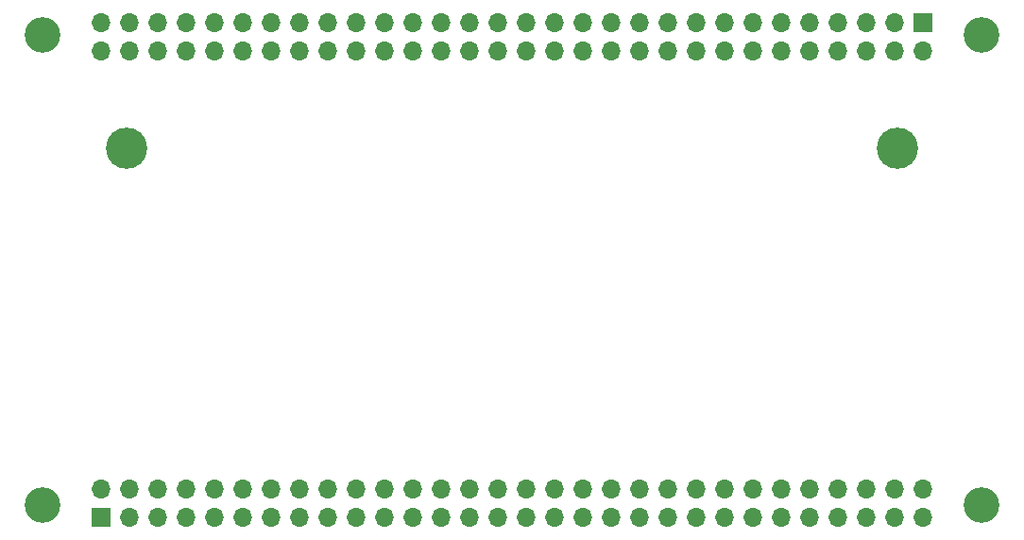
<source format=gbs>
G04 #@! TF.GenerationSoftware,KiCad,Pcbnew,8.0.1*
G04 #@! TF.CreationDate,2024-08-17T14:36:12+08:00*
G04 #@! TF.ProjectId,MatchBox v0.3,4d617463-6842-46f7-9820-76302e332e6b,rev?*
G04 #@! TF.SameCoordinates,Original*
G04 #@! TF.FileFunction,Soldermask,Bot*
G04 #@! TF.FilePolarity,Negative*
%FSLAX46Y46*%
G04 Gerber Fmt 4.6, Leading zero omitted, Abs format (unit mm)*
G04 Created by KiCad (PCBNEW 8.0.1) date 2024-08-17 14:36:12*
%MOMM*%
%LPD*%
G01*
G04 APERTURE LIST*
%ADD10C,3.200000*%
%ADD11R,1.700000X1.700000*%
%ADD12O,1.700000X1.700000*%
%ADD13C,3.700000*%
G04 APERTURE END LIST*
D10*
X77200000Y-108000000D03*
D11*
X82475000Y-109100000D03*
D12*
X82475000Y-106560000D03*
X85015000Y-109100000D03*
X85015000Y-106560000D03*
X87555000Y-109100000D03*
X87555000Y-106560000D03*
X90095000Y-109100000D03*
X90095000Y-106560000D03*
X92635000Y-109100000D03*
X92635000Y-106560000D03*
X95175000Y-109100000D03*
X95175000Y-106560000D03*
X97715000Y-109100000D03*
X97715000Y-106560000D03*
X100255000Y-109100000D03*
X100255000Y-106560000D03*
X102795000Y-109100000D03*
X102795000Y-106560000D03*
X105335000Y-109100000D03*
X105335000Y-106560000D03*
X107875000Y-109100000D03*
X107875000Y-106560000D03*
X110415000Y-109100000D03*
X110415000Y-106560000D03*
X112955000Y-109100000D03*
X112955000Y-106560000D03*
X115495000Y-109100000D03*
X115495000Y-106560000D03*
X118035000Y-109100000D03*
X118035000Y-106560000D03*
X120575000Y-109100000D03*
X120575000Y-106560000D03*
X123115000Y-109100000D03*
X123115000Y-106560000D03*
X125655000Y-109100000D03*
X125655000Y-106560000D03*
X128195000Y-109100000D03*
X128195000Y-106560000D03*
X130735000Y-109100000D03*
X130735000Y-106560000D03*
X133275000Y-109100000D03*
X133275000Y-106560000D03*
X135815000Y-109100000D03*
X135815000Y-106560000D03*
X138355000Y-109100000D03*
X138355000Y-106560000D03*
X140895000Y-109100000D03*
X140895000Y-106560000D03*
X143435000Y-109100000D03*
X143435000Y-106560000D03*
X145975000Y-109100000D03*
X145975000Y-106560000D03*
X148515000Y-109100000D03*
X148515000Y-106560000D03*
X151055000Y-109100000D03*
X151055000Y-106560000D03*
X153595000Y-109100000D03*
X153595000Y-106560000D03*
X156135000Y-109100000D03*
X156135000Y-106560000D03*
D11*
X156135000Y-64700000D03*
D12*
X156135000Y-67240000D03*
X153595000Y-64700000D03*
X153595000Y-67240000D03*
X151055000Y-64700000D03*
X151055000Y-67240000D03*
X148515000Y-64700000D03*
X148515000Y-67240000D03*
X145975000Y-64700000D03*
X145975000Y-67240000D03*
X143435000Y-64700000D03*
X143435000Y-67240000D03*
X140895000Y-64700000D03*
X140895000Y-67240000D03*
X138355000Y-64700000D03*
X138355000Y-67240000D03*
X135815000Y-64700000D03*
X135815000Y-67240000D03*
X133275000Y-64700000D03*
X133275000Y-67240000D03*
X130735000Y-64700000D03*
X130735000Y-67240000D03*
X128195000Y-64700000D03*
X128195000Y-67240000D03*
X125655000Y-64700000D03*
X125655000Y-67240000D03*
X123115000Y-64700000D03*
X123115000Y-67240000D03*
X120575000Y-64700000D03*
X120575000Y-67240000D03*
X118035000Y-64700000D03*
X118035000Y-67240000D03*
X115495000Y-64700000D03*
X115495000Y-67240000D03*
X112955000Y-64700000D03*
X112955000Y-67240000D03*
X110415000Y-64700000D03*
X110415000Y-67240000D03*
X107875000Y-64700000D03*
X107875000Y-67240000D03*
X105335000Y-64700000D03*
X105335000Y-67240000D03*
X102795000Y-64700000D03*
X102795000Y-67240000D03*
X100255000Y-64700000D03*
X100255000Y-67240000D03*
X97715000Y-64700000D03*
X97715000Y-67240000D03*
X95175000Y-64700000D03*
X95175000Y-67240000D03*
X92635000Y-64700000D03*
X92635000Y-67240000D03*
X90095000Y-64700000D03*
X90095000Y-67240000D03*
X87555000Y-64700000D03*
X87555000Y-67240000D03*
X85015000Y-64700000D03*
X85015000Y-67240000D03*
X82475000Y-64700000D03*
X82475000Y-67240000D03*
D10*
X161400000Y-108000000D03*
D13*
X84750000Y-75950000D03*
D10*
X77200000Y-65800000D03*
X161400000Y-65800000D03*
D13*
X153850000Y-75950000D03*
M02*

</source>
